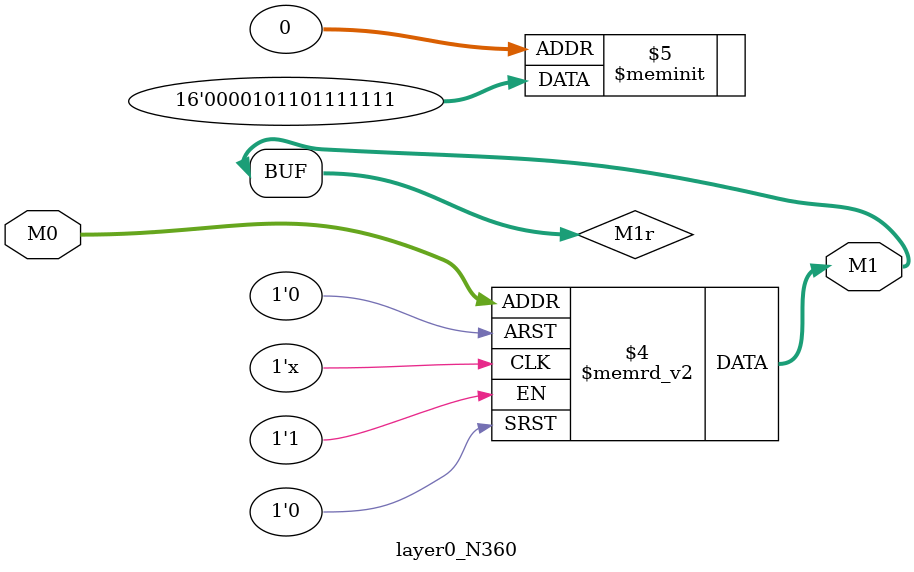
<source format=v>
module layer0_N360 ( input [2:0] M0, output [1:0] M1 );

	(*rom_style = "distributed" *) reg [1:0] M1r;
	assign M1 = M1r;
	always @ (M0) begin
		case (M0)
			3'b000: M1r = 2'b11;
			3'b100: M1r = 2'b11;
			3'b010: M1r = 2'b11;
			3'b110: M1r = 2'b00;
			3'b001: M1r = 2'b11;
			3'b101: M1r = 2'b10;
			3'b011: M1r = 2'b01;
			3'b111: M1r = 2'b00;

		endcase
	end
endmodule

</source>
